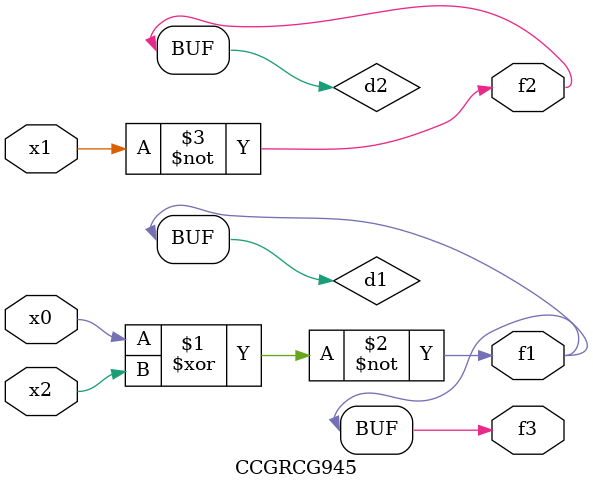
<source format=v>
module CCGRCG945(
	input x0, x1, x2,
	output f1, f2, f3
);

	wire d1, d2, d3;

	xnor (d1, x0, x2);
	nand (d2, x1);
	nor (d3, x1, x2);
	assign f1 = d1;
	assign f2 = d2;
	assign f3 = d1;
endmodule

</source>
